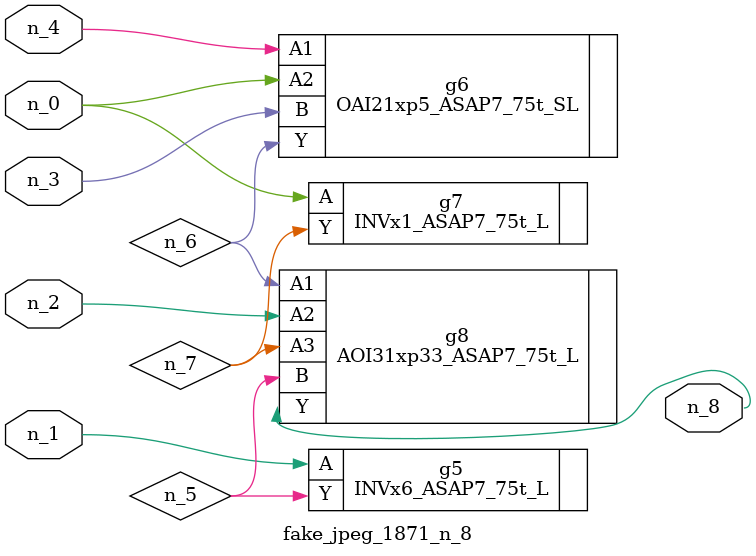
<source format=v>
module fake_jpeg_1871_n_8 (n_3, n_2, n_1, n_0, n_4, n_8);

input n_3;
input n_2;
input n_1;
input n_0;
input n_4;

output n_8;

wire n_6;
wire n_5;
wire n_7;

INVx6_ASAP7_75t_L g5 ( 
.A(n_1),
.Y(n_5)
);

OAI21xp5_ASAP7_75t_SL g6 ( 
.A1(n_4),
.A2(n_0),
.B(n_3),
.Y(n_6)
);

INVx1_ASAP7_75t_L g7 ( 
.A(n_0),
.Y(n_7)
);

AOI31xp33_ASAP7_75t_L g8 ( 
.A1(n_6),
.A2(n_2),
.A3(n_7),
.B(n_5),
.Y(n_8)
);


endmodule
</source>
